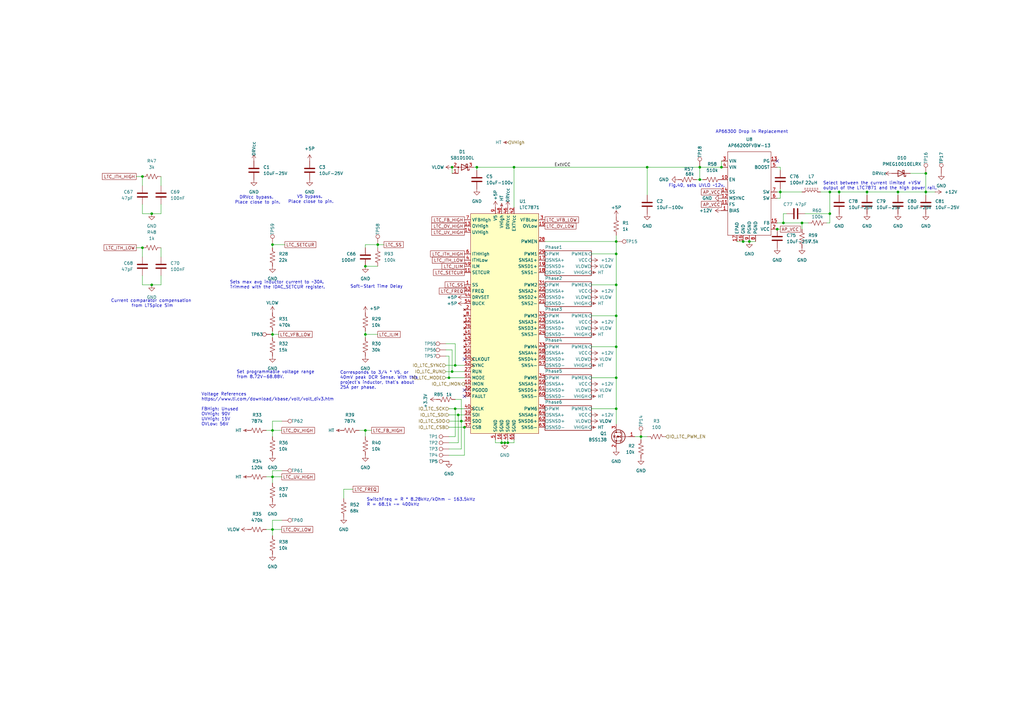
<source format=kicad_sch>
(kicad_sch (version 20231120) (generator "eeschema") (generator_version "8.0")
  (paper "A3")
  (junction (at 62.23 116.84))
  (junction (at 154.94 100.33))
  (junction (at 265.43 68.58))
  (junction (at 111.76 195.58))
  (junction (at 149.86 137.16))
  (junction (at 379.73 71.12))
  (junction (at 111.76 100.33))
  (junction (at 295.91 68.58))
  (junction (at 252.73 129.54))
  (junction (at 252.73 104.14))
  (junction (at 195.58 68.58))
  (junction (at 187.96 170.18))
  (junction (at 186.69 149.86))
  (junction (at 355.6 78.74))
  (junction (at 287.02 73.66))
  (junction (at 321.31 91.44))
  (junction (at 58.42 72.39))
  (junction (at 149.86 176.53))
  (junction (at 185.42 68.58))
  (junction (at 262.89 179.07))
  (junction (at 252.73 99.06))
  (junction (at 344.17 78.74))
  (junction (at 207.01 181.61))
  (junction (at 62.23 87.63))
  (junction (at 185.42 152.4))
  (junction (at 58.42 101.6))
  (junction (at 287.02 68.58))
  (junction (at 328.93 91.44))
  (junction (at 190.5 175.26))
  (junction (at 189.23 172.72))
  (junction (at 208.28 181.61))
  (junction (at 186.69 167.64))
  (junction (at 252.73 154.94))
  (junction (at 205.74 181.61))
  (junction (at 252.73 142.24))
  (junction (at 252.73 116.84))
  (junction (at 320.04 78.74))
  (junction (at 340.36 78.74))
  (junction (at 304.8 99.06))
  (junction (at 368.3 78.74))
  (junction (at 340.36 87.63))
  (junction (at 111.76 176.53))
  (junction (at 318.77 93.98))
  (junction (at 252.73 167.64))
  (junction (at 111.76 217.17))
  (junction (at 307.34 99.06))
  (junction (at 379.73 78.74))
  (junction (at 210.82 68.58))
  (junction (at 184.15 154.94))
  (junction (at 149.86 109.22))
  (junction (at 111.76 137.16))
  (no_connect (at 190.5 160.02))
  (no_connect (at 190.5 162.56))
  (no_connect (at 318.77 66.04))
  (no_connect (at 190.5 147.32))
  (wire (pts (xy 184.15 146.05) (xy 184.15 154.94)))
  (wire (pts (xy 58.42 76.2) (xy 58.42 72.39)))
  (wire (pts (xy 203.2 180.34) (xy 203.2 181.61)))
  (wire (pts (xy 140.97 204.47) (xy 140.97 200.66)))
  (wire (pts (xy 340.36 91.44) (xy 339.09 91.44)))
  (wire (pts (xy 111.76 135.89) (xy 111.76 137.16)))
  (wire (pts (xy 111.76 172.72) (xy 111.76 176.53)))
  (wire (pts (xy 111.76 100.33) (xy 111.76 101.6)))
  (wire (pts (xy 262.89 179.07) (xy 262.89 180.34)))
  (wire (pts (xy 111.76 195.58) (xy 115.57 195.58)))
  (wire (pts (xy 262.89 179.07) (xy 260.35 179.07)))
  (wire (pts (xy 111.76 176.53) (xy 111.76 179.07)))
  (wire (pts (xy 187.96 170.18) (xy 190.5 170.18)))
  (wire (pts (xy 109.22 217.17) (xy 111.76 217.17)))
  (wire (pts (xy 111.76 100.33) (xy 116.84 100.33)))
  (wire (pts (xy 58.42 105.41) (xy 58.42 101.6)))
  (wire (pts (xy 340.36 87.63) (xy 340.36 91.44)))
  (wire (pts (xy 285.75 73.66) (xy 287.02 73.66)))
  (wire (pts (xy 189.23 172.72) (xy 190.5 172.72)))
  (wire (pts (xy 373.38 71.12) (xy 379.73 71.12)))
  (wire (pts (xy 184.15 179.07) (xy 186.69 179.07)))
  (wire (pts (xy 184.15 154.94) (xy 190.5 154.94)))
  (wire (pts (xy 295.91 66.04) (xy 295.91 68.58)))
  (wire (pts (xy 149.86 100.33) (xy 149.86 101.6)))
  (wire (pts (xy 368.3 78.74) (xy 379.73 78.74)))
  (wire (pts (xy 242.57 116.84) (xy 252.73 116.84)))
  (wire (pts (xy 210.82 68.58) (xy 195.58 68.58)))
  (wire (pts (xy 149.86 109.22) (xy 154.94 109.22)))
  (wire (pts (xy 295.91 68.58) (xy 287.02 68.58)))
  (wire (pts (xy 379.73 80.01) (xy 379.73 78.74)))
  (wire (pts (xy 223.52 99.06) (xy 252.73 99.06)))
  (wire (pts (xy 252.73 99.06) (xy 252.73 96.52)))
  (wire (pts (xy 58.42 113.03) (xy 58.42 116.84)))
  (wire (pts (xy 184.15 175.26) (xy 190.5 175.26)))
  (wire (pts (xy 149.86 176.53) (xy 149.86 179.07)))
  (wire (pts (xy 379.73 78.74) (xy 383.54 78.74)))
  (wire (pts (xy 344.17 78.74) (xy 340.36 78.74)))
  (wire (pts (xy 242.57 104.14) (xy 252.73 104.14)))
  (wire (pts (xy 340.36 78.74) (xy 340.36 87.63)))
  (wire (pts (xy 184.15 181.61) (xy 187.96 181.61)))
  (wire (pts (xy 328.93 91.44) (xy 328.93 93.98)))
  (wire (pts (xy 186.69 163.83) (xy 189.23 163.83)))
  (wire (pts (xy 182.88 146.05) (xy 184.15 146.05)))
  (wire (pts (xy 190.5 186.69) (xy 190.5 175.26)))
  (wire (pts (xy 55.88 72.39) (xy 58.42 72.39)))
  (wire (pts (xy 184.15 186.69) (xy 190.5 186.69)))
  (wire (pts (xy 210.82 68.58) (xy 265.43 68.58)))
  (wire (pts (xy 58.42 116.84) (xy 62.23 116.84)))
  (wire (pts (xy 287.02 68.58) (xy 287.02 73.66)))
  (wire (pts (xy 320.04 78.74) (xy 318.77 78.74)))
  (wire (pts (xy 149.86 135.89) (xy 149.86 137.16)))
  (wire (pts (xy 321.31 87.63) (xy 321.31 91.44)))
  (wire (pts (xy 242.57 167.64) (xy 252.73 167.64)))
  (wire (pts (xy 111.76 213.36) (xy 111.76 217.17)))
  (wire (pts (xy 185.42 68.58) (xy 185.42 71.12)))
  (wire (pts (xy 210.82 85.09) (xy 210.82 68.58)))
  (wire (pts (xy 302.26 99.06) (xy 304.8 99.06)))
  (wire (pts (xy 115.57 193.04) (xy 111.76 193.04)))
  (wire (pts (xy 111.76 137.16) (xy 111.76 138.43)))
  (wire (pts (xy 115.57 172.72) (xy 111.76 172.72)))
  (wire (pts (xy 111.76 195.58) (xy 111.76 198.12)))
  (wire (pts (xy 208.28 180.34) (xy 208.28 181.61)))
  (wire (pts (xy 66.04 113.03) (xy 66.04 116.84)))
  (wire (pts (xy 320.04 68.58) (xy 318.77 68.58)))
  (wire (pts (xy 320.04 81.28) (xy 320.04 78.74)))
  (wire (pts (xy 205.74 180.34) (xy 205.74 181.61)))
  (wire (pts (xy 344.17 78.74) (xy 355.6 78.74)))
  (wire (pts (xy 265.43 68.58) (xy 265.43 80.01)))
  (wire (pts (xy 320.04 69.85) (xy 320.04 68.58)))
  (wire (pts (xy 321.31 91.44) (xy 328.93 91.44)))
  (wire (pts (xy 318.77 81.28) (xy 320.04 81.28)))
  (wire (pts (xy 186.69 167.64) (xy 190.5 167.64)))
  (wire (pts (xy 287.02 73.66) (xy 288.29 73.66)))
  (wire (pts (xy 184.15 184.15) (xy 189.23 184.15)))
  (wire (pts (xy 307.34 99.06) (xy 309.88 99.06)))
  (wire (pts (xy 322.58 87.63) (xy 321.31 87.63)))
  (wire (pts (xy 210.82 181.61) (xy 208.28 181.61)))
  (wire (pts (xy 252.73 167.64) (xy 252.73 154.94)))
  (wire (pts (xy 149.86 176.53) (xy 152.4 176.53)))
  (wire (pts (xy 154.94 100.33) (xy 157.48 100.33)))
  (wire (pts (xy 203.2 181.61) (xy 205.74 181.61)))
  (wire (pts (xy 185.42 143.51) (xy 185.42 152.4)))
  (wire (pts (xy 111.76 193.04) (xy 111.76 195.58)))
  (wire (pts (xy 186.69 149.86) (xy 190.5 149.86)))
  (wire (pts (xy 242.57 129.54) (xy 252.73 129.54)))
  (wire (pts (xy 205.74 181.61) (xy 207.01 181.61)))
  (wire (pts (xy 182.88 140.97) (xy 186.69 140.97)))
  (wire (pts (xy 111.76 137.16) (xy 114.3 137.16)))
  (wire (pts (xy 66.04 72.39) (xy 66.04 76.2)))
  (wire (pts (xy 182.88 152.4) (xy 185.42 152.4)))
  (wire (pts (xy 58.42 87.63) (xy 62.23 87.63)))
  (wire (pts (xy 328.93 91.44) (xy 331.47 91.44)))
  (wire (pts (xy 186.69 167.64) (xy 186.69 179.07)))
  (wire (pts (xy 195.58 68.58) (xy 195.58 69.85)))
  (wire (pts (xy 109.22 176.53) (xy 111.76 176.53)))
  (wire (pts (xy 182.88 149.86) (xy 186.69 149.86)))
  (wire (pts (xy 182.88 143.51) (xy 185.42 143.51)))
  (wire (pts (xy 62.23 87.63) (xy 66.04 87.63)))
  (wire (pts (xy 62.23 116.84) (xy 66.04 116.84)))
  (wire (pts (xy 109.22 195.58) (xy 111.76 195.58)))
  (wire (pts (xy 147.32 176.53) (xy 149.86 176.53)))
  (wire (pts (xy 66.04 101.6) (xy 66.04 105.41)))
  (wire (pts (xy 265.43 179.07) (xy 262.89 179.07)))
  (wire (pts (xy 210.82 180.34) (xy 210.82 181.61)))
  (wire (pts (xy 330.2 87.63) (xy 340.36 87.63)))
  (wire (pts (xy 320.04 78.74) (xy 328.93 78.74)))
  (wire (pts (xy 66.04 83.82) (xy 66.04 87.63)))
  (wire (pts (xy 252.73 142.24) (xy 252.73 129.54)))
  (wire (pts (xy 318.77 93.98) (xy 320.04 93.98)))
  (wire (pts (xy 185.42 152.4) (xy 190.5 152.4)))
  (wire (pts (xy 318.77 91.44) (xy 321.31 91.44)))
  (wire (pts (xy 154.94 100.33) (xy 154.94 101.6)))
  (wire (pts (xy 184.15 170.18) (xy 187.96 170.18)))
  (wire (pts (xy 186.69 140.97) (xy 186.69 149.86)))
  (wire (pts (xy 379.73 71.12) (xy 379.73 78.74)))
  (wire (pts (xy 208.28 181.61) (xy 207.01 181.61)))
  (wire (pts (xy 149.86 100.33) (xy 154.94 100.33)))
  (wire (pts (xy 182.88 154.94) (xy 184.15 154.94)))
  (wire (pts (xy 242.57 154.94) (xy 252.73 154.94)))
  (wire (pts (xy 111.76 217.17) (xy 115.57 217.17)))
  (wire (pts (xy 368.3 78.74) (xy 355.6 78.74)))
  (wire (pts (xy 252.73 104.14) (xy 252.73 99.06)))
  (wire (pts (xy 304.8 99.06) (xy 307.34 99.06)))
  (wire (pts (xy 111.76 176.53) (xy 115.57 176.53)))
  (wire (pts (xy 55.88 101.6) (xy 58.42 101.6)))
  (wire (pts (xy 320.04 77.47) (xy 320.04 78.74)))
  (wire (pts (xy 252.73 104.14) (xy 252.73 116.84)))
  (wire (pts (xy 189.23 163.83) (xy 189.23 172.72)))
  (wire (pts (xy 355.6 78.74) (xy 355.6 80.01)))
  (wire (pts (xy 111.76 217.17) (xy 111.76 219.71)))
  (wire (pts (xy 58.42 83.82) (xy 58.42 87.63)))
  (wire (pts (xy 115.57 213.36) (xy 111.76 213.36)))
  (wire (pts (xy 344.17 80.01) (xy 344.17 78.74)))
  (wire (pts (xy 187.96 181.61) (xy 187.96 170.18)))
  (wire (pts (xy 140.97 200.66) (xy 144.78 200.66)))
  (wire (pts (xy 252.73 167.64) (xy 252.73 173.99)))
  (wire (pts (xy 242.57 142.24) (xy 252.73 142.24)))
  (wire (pts (xy 368.3 80.01) (xy 368.3 78.74)))
  (wire (pts (xy 265.43 68.58) (xy 287.02 68.58)))
  (wire (pts (xy 189.23 184.15) (xy 189.23 172.72)))
  (wire (pts (xy 184.15 167.64) (xy 186.69 167.64)))
  (wire (pts (xy 252.73 154.94) (xy 252.73 142.24)))
  (wire (pts (xy 252.73 116.84) (xy 252.73 129.54)))
  (wire (pts (xy 194.31 68.58) (xy 195.58 68.58)))
  (wire (pts (xy 184.15 172.72) (xy 189.23 172.72)))
  (wire (pts (xy 149.86 137.16) (xy 154.94 137.16)))
  (wire (pts (xy 336.55 78.74) (xy 340.36 78.74)))
  (wire (pts (xy 149.86 137.16) (xy 149.86 138.43)))
  (text "SwitchFreq = R * 8.28kHz/kOhm - 163.5kHz\nR = 68.1k ~= 400kHz" (at 150.368 205.994 0) (effects (font (size 1.27 1.27)) (justify left)))
  (text "Fig.40, sets UVLO ~12v." (at 285.75 76.2 0) (effects (font (size 1.27 1.27))))
  (text "V5 bypass. \nPlace close to pin." (at 127.508 81.788 0) (effects (font (size 1.27 1.27))))
  (text "Sets max avg inductor current to ~30A. \nTrimmed with the IDAC_SETCUR register." (at 94.234 116.84 0) (effects (font (size 1.27 1.27)) (justify left)))
  (text "Corresponds to 3/4 * V5, or \n40mV peak DCR Sense. With this\nproject's inductor, that's about\n25A per phase." (at 139.446 155.956 0) (effects (font (size 1.27 1.27)) (justify left)))
  (text "Select between the current limited +VSW \noutput of the LTC7871 and the high power rail." (at 337.566 76.2 0) (effects (font (size 1.27 1.27)) (justify left)))
  (text "Set programmable voltage range \nfrom 8.72V-68.88V." (at 97.028 153.67 0) (effects (font (size 1.27 1.27)) (justify left)))
  (text "Current comparator compensation \nfrom LTSpice Sim" (at 62.484 124.46 0) (effects (font (size 1.27 1.27))))
  (text "Soft-Start Time Delay" (at 154.432 117.602 0) (effects (font (size 1.27 1.27))))
  (text "AP66300 Drop In Replacement" (at 308.356 54.102 0) (effects (font (size 1.27 1.27))))
  (text "Voltage References\nhttps://www.ti.com/download/kbase/volt/volt_div3.htm\n\nFBHigh: Unused\nOVHigh: 90V\nUVHigh: 15V\nOVLow: 56V" (at 82.55 167.894 0) (effects (font (size 1.27 1.27)) (justify left)))
  (text "DRVcc bypass. \nPlace close to pin." (at 105.664 82.042 0) (effects (font (size 1.27 1.27))))
  (label "ExtVCC" (at 227.33 68.58 0))
  (global_label "LTC_OV_HIGH" (shape passive) (at 190.5 92.71 180) (property "Intersheetrefs" "${INTERSHEET_REFS}" (effects (hide yes))))
  (global_label "LTC_FREQ" (shape passive) (at 144.78 200.66 0) (property "Intersheetrefs" "${INTERSHEET_REFS}" (effects (hide yes))))
  (global_label "AP_VCC" (shape passive) (at 295.91 83.82 180) (property "Intersheetrefs" "${INTERSHEET_REFS}" (effects (hide yes))))
  (global_label "LTC_OV_LOW" (shape passive) (at 223.52 92.71 0) (property "Intersheetrefs" "${INTERSHEET_REFS}" (effects (hide yes))))
  (global_label "LTC_OV_HIGH" (shape passive) (at 115.57 176.53 0) (property "Intersheetrefs" "${INTERSHEET_REFS}" (effects (hide yes))))
  (global_label "LTC_SS" (shape passive) (at 157.48 100.33 0) (property "Intersheetrefs" "${INTERSHEET_REFS}" (effects (hide yes))))
  (global_label "LTC_ITH_HIGH" (shape passive) (at 55.88 72.39 180) (property "Intersheetrefs" "${INTERSHEET_REFS}" (effects (hide yes))))
  (global_label "AP_VCC" (shape passive) (at 320.04 93.98 0) (property "Intersheetrefs" "${INTERSHEET_REFS}" (effects (hide yes))))
  (global_label "LTC_SS" (shape passive) (at 190.5 116.84 180) (property "Intersheetrefs" "${INTERSHEET_REFS}" (effects (hide yes))))
  (global_label "LTC_ILIM" (shape passive) (at 190.5 109.22 180) (property "Intersheetrefs" "${INTERSHEET_REFS}" (effects (hide yes))))
  (global_label "LTC_UV_HIGH" (shape passive) (at 190.5 95.25 180) (property "Intersheetrefs" "${INTERSHEET_REFS}" (effects (hide yes))))
  (global_label "AP_VCC" (shape passive) (at 295.91 78.74 180) (property "Intersheetrefs" "${INTERSHEET_REFS}" (effects (hide yes))))
  (global_label "LTC_ILIM" (shape passive) (at 154.94 137.16 0) (property "Intersheetrefs" "${INTERSHEET_REFS}" (effects (hide yes))))
  (global_label "LTC_FB_HIGH" (shape passive) (at 190.5 90.17 180) (property "Intersheetrefs" "${INTERSHEET_REFS}" (effects (hide yes))))
  (global_label "LTC_VFB_LOW" (shape passive) (at 114.3 137.16 0) (property "Intersheetrefs" "${INTERSHEET_REFS}" (effects (hide yes))))
  (global_label "LTC_SETCUR" (shape passive) (at 116.84 100.33 0) (property "Intersheetrefs" "${INTERSHEET_REFS}" (effects (hide yes))))
  (global_label "LTC_ITH_LOW" (shape passive) (at 190.5 106.68 180) (property "Intersheetrefs" "${INTERSHEET_REFS}" (effects (hide yes))))
  (global_label "LTC_SETCUR" (shape passive) (at 190.5 111.76 180) (property "Intersheetrefs" "${INTERSHEET_REFS}" (effects (hide yes))))
  (global_label "LTC_OV_LOW" (shape passive) (at 115.57 217.17 0) (property "Intersheetrefs" "${INTERSHEET_REFS}" (effects (hide yes))))
  (global_label "LTC_FB_HIGH" (shape passive) (at 152.4 176.53 0) (property "Intersheetrefs" "${INTERSHEET_REFS}" (effects (hide yes))))
  (global_label "LTC_ITH_LOW" (shape passive) (at 55.88 101.6 180) (property "Intersheetrefs" "${INTERSHEET_REFS}" (effects (hide yes))))
  (global_label "LTC_FREQ" (shape passive) (at 190.5 119.38 180) (property "Intersheetrefs" "${INTERSHEET_REFS}" (effects (hide yes))))
  (global_label "LTC_VFB_LOW" (shape passive) (at 223.52 90.17 0) (property "Intersheetrefs" "${INTERSHEET_REFS}" (effects (hide yes))))
  (global_label "LTC_UV_HIGH" (shape passive) (at 115.57 195.58 0) (property "Intersheetrefs" "${INTERSHEET_REFS}" (effects (hide yes))))
  (global_label "LTC_ITH_HIGH" (shape passive) (at 190.5 104.14 180) (property "Intersheetrefs" "${INTERSHEET_REFS}" (effects (hide yes))))
  (hierarchical_label "IO_LTC_IMON" (shape output) (at 190.5 157.48 180))
  (hierarchical_label "IO_LTC_PWM_EN" (shape input) (at 273.05 179.07 0))
  (hierarchical_label "IO_LTC_MODE" (shape input) (at 182.88 154.94 180))
  (hierarchical_label "IO_LTC_SCK" (shape input) (at 184.15 167.64 180))
  (hierarchical_label "IO_LTC_RUN" (shape input) (at 182.88 152.4 180))
  (hierarchical_label "IO_LTC_SYNC" (shape input) (at 182.88 149.86 180))
  (hierarchical_label "IO_LTC_SDO" (shape output) (at 184.15 172.72 180))
  (hierarchical_label "IO_LTC_CSB" (shape input) (at 184.15 175.26 180))
  (hierarchical_label "IO_LTC_SDI" (shape input) (at 184.15 170.18 180))
  (hierarchical_label "VHigh" (shape input) (at 208.28 58.42 0))
  (symbol (lib_id "Device:R_US") (at 111.76 132.08 180) (unit 1)
    (property "Reference" "R31" (at 114.3 130.8099 0) (effects (justify right)))
    (property "Value" "470k" (at 114.3 133.3499 0) (effects (justify right)))
    (property "Footprint" "Resistor_SMD:R_0805_2012Metric" (effects (hide yes)))
    (property "Description" "Resistor, US symbol" (effects (hide yes)))
    (property "LCSC" "C17709" (effects (hide yes)))
    (property "Digikey" "N/A" (effects (hide yes)))
  )
  (symbol (lib_id "power:GND") (at 278.13 73.66 270) (unit 1)
    (property "Reference" "#PWR0125" (effects (hide yes)))
    (property "Value" "GND" (at 274.32 73.6599 90) (effects (justify right)))
    (property "Description" "Power symbol creates a global label with name \"GND\" , ground" (effects (hide yes)))
  )
  (symbol (lib_id "power:HT") (at 139.7 176.53 90) (unit 1)
    (property "Reference" "#PWR0107" (effects (hide yes)))
    (property "Value" "HT" (at 135.89 176.53 90))
    (property "Description" "Power symbol creates a global label with name \"HT\"" (effects (hide yes)))
  )
  (symbol (lib_id "Device:R_US") (at 111.76 105.41 180) (unit 1)
    (property "Reference" "R28" (at 114.3 104.1399 0) (effects (justify right)))
    (property "Value" "22k" (at 114.3 106.6799 0) (effects (justify right)))
    (property "Footprint" "Resistor_SMD:R_0603_1608Metric" (effects (hide yes)))
    (property "Description" "Resistor, US symbol" (effects (hide yes)))
    (property "LCSC" "C31850" (effects (hide yes)))
    (property "Digikey" "N/A" (effects (hide yes)))
  )
  (symbol (lib_id "power:+12V") (at 383.54 78.74 270) (unit 1)
    (property "Reference" "#PWR021" (effects (hide yes)))
    (property "Value" "+12V" (at 387.35 78.7399 90) (effects (justify left)))
    (property "Description" "Power symbol creates a global label with name \"+12V\"" (effects (hide yes)))
  )
  (symbol (lib_id "Device:R_US") (at 105.41 195.58 90) (unit 1)
    (property "Reference" "R34" (at 105.41 189.23 90))
    (property "Value" "120k" (at 105.41 191.77 90))
    (property "Footprint" "Resistor_SMD:R_0805_2012Metric" (effects (hide yes)))
    (property "Description" "Resistor, US symbol" (effects (hide yes)))
    (property "Digikey" "N/A" (effects (hide yes)))
    (property "LCSC" "C17436" (effects (hide yes)))
  )
  (symbol (lib_id "Connector:TestPoint") (at 184.15 189.23 90) (unit 1)
    (property "Reference" "TP5" (at 177.8 189.23 90))
    (property "Value" "TestPoint" (effects (hide yes)))
    (property "Footprint" "TestPoint:TestPoint_Pad_D1.0mm" (effects (hide yes)))
    (property "Description" "test point" (effects (hide yes)))
    (property "LCSC" "N/A" (effects (hide yes)))
  )
  (symbol (lib_id "power:+VSW") (at 365.76 71.12 90) (unit 1)
    (property "Reference" "#PWR0135" (effects (hide yes)))
    (property "Value" "DRVcc" (at 360.68 71.12 90))
    (property "Description" "Power symbol creates a global label with name \"+VSW\"" (effects (hide yes)))
  )
  (symbol (lib_id "Device:L_Ferrite") (at 332.74 78.74 90) (unit 1)
    (property "Reference" "L7" (at 332.74 72.39 90))
    (property "Value" "22uH" (at 332.74 74.93 90))
    (property "Footprint" "Inductor_SMD:L_Wuerth_HCI-1040" (effects (hide yes)))
    (property "Description" "Inductor with ferrite core" (effects (hide yes)))
    (property "Digikey" "N/A" (effects (hide yes)))
    (property "LCSC" "C182173" (effects (hide yes)))
  )
  (symbol (lib_id "Device:C") (at 379.73 83.82 0) (unit 1)
    (property "Reference" "C81" (at 383.54 82.5499 0) (effects (justify left)))
    (property "Value" "10uF-25V" (at 383.54 85.0899 0) (effects (justify left)))
    (property "Footprint" "Capacitor_SMD:C_0603_1608Metric" (effects (hide yes)))
    (property "Description" "Unpolarized capacitor" (effects (hide yes)))
    (property "Digikey" "N/A" (effects (hide yes)))
    (property "LCSC" "C96446" (effects (hide yes)))
  )
  (symbol (lib_id "Device:R_US") (at 62.23 72.39 270) (unit 1)
    (property "Reference" "R47" (at 62.23 66.04 90))
    (property "Value" "3k" (at 62.23 68.58 90))
    (property "Footprint" "Resistor_SMD:R_0603_1608Metric" (effects (hide yes)))
    (property "Description" "Resistor, US symbol" (effects (hide yes)))
    (property "Digikey" "N/A" (effects (hide yes)))
    (property "LCSC" "C4211" (effects (hide yes)))
  )
  (symbol (lib_id "ltc7871:LTC7871xLWE#xPBF") (at 193.04 87.63 0) (unit 1)
    (property "Reference" "U1" (at 213.0141 82.55 0) (effects (justify left)))
    (property "Value" "LTC7871" (at 213.0141 85.09 0) (effects (justify left)))
    (property "Footprint" "Package_QFP:LQFP-64-1EP_10x10mm_P0.5mm_EP6.5x6.5mm" (effects (hide yes)))
    (property "Datasheet" "https://www.analog.com/media/en/technical-documentation/data-sheets/ltc7871.pdf" (effects (hide yes)))
    (property "Description" "Six-Phase Synchronous Bidirectional Buck or Boost Controller" (effects (hide yes)))
    (property "Digikey" "505-LTC7871ELWE#PBF-ND" (effects (hide yes)))
    (property "LCSC" "C690288" (effects (hide yes)))
  )
  (symbol (lib_id "Device:R_US") (at 105.41 176.53 90) (unit 1)
    (property "Reference" "R33" (at 105.41 170.18 90))
    (property "Value" "787k" (at 105.41 172.72 90))
    (property "Footprint" "Resistor_SMD:R_0805_2012Metric" (effects (hide yes)))
    (property "Description" "Resistor, US symbol" (effects (hide yes)))
    (property "Digikey" "P787KHCT-ND" (effects (hide yes)))
    (property "LCSC" "C2933500" (effects (hide yes)))
  )
  (symbol (lib_id "power:GND") (at 111.76 109.22 0) (unit 1)
    (property "Reference" "#PWR014" (effects (hide yes)))
    (property "Value" "GND" (at 111.76 114.3 0))
    (property "Description" "Power symbol creates a global label with name \"GND\" , ground" (effects (hide yes)))
  )
  (symbol (lib_id "Device:R_US") (at 111.76 182.88 180) (unit 1)
    (property "Reference" "R36" (at 114.3 181.6099 0) (effects (justify right)))
    (property "Value" "10k" (at 114.3 184.1499 0) (effects (justify right)))
    (property "Footprint" "Resistor_SMD:R_0603_1608Metric" (effects (hide yes)))
    (property "Description" "Resistor, US symbol" (effects (hide yes)))
    (property "LCSC" "C25804" (effects (hide yes)))
    (property "Digikey" "N/A" (effects (hide yes)))
  )
  (symbol (lib_id "power:GND") (at 111.76 227.33 0) (unit 1)
    (property "Reference" "#PWR0106" (effects (hide yes)))
    (property "Value" "GND" (at 111.76 232.41 0))
    (property "Description" "Power symbol creates a global label with name \"GND\" , ground" (effects (hide yes)))
  )
  (symbol (lib_id "power:VBUS") (at 185.42 68.58 90) (unit 1)
    (property "Reference" "#PWR016" (effects (hide yes)))
    (property "Value" "VLOW" (at 177.038 68.58 90) (effects (justify right)))
    (property "Description" "Power symbol creates a global label with name \"VBUS\"" (effects (hide yes)))
  )
  (symbol (lib_id "Device:C") (at 355.6 83.82 0) (unit 1)
    (property "Reference" "C79" (at 359.41 82.5499 0) (effects (justify left)))
    (property "Value" "10uF-25V" (at 359.41 85.0899 0) (effects (justify left)))
    (property "Footprint" "Capacitor_SMD:C_0603_1608Metric" (effects (hide yes)))
    (property "Description" "Unpolarized capacitor" (effects (hide yes)))
    (property "Digikey" "N/A" (effects (hide yes)))
    (property "LCSC" "C96446" (effects (hide yes)))
  )
  (symbol (lib_id "Device:R_US") (at 149.86 182.88 180) (unit 1)
    (property "Reference" "R40" (at 152.4 181.6099 0) (effects (justify right)))
    (property "Value" "10k" (at 152.4 184.1499 0) (effects (justify right)))
    (property "Footprint" "Resistor_SMD:R_0603_1608Metric" (effects (hide yes)))
    (property "Description" "Resistor, US symbol" (effects (hide yes)))
    (property "LCSC" "C25804" (effects (hide yes)))
    (property "Digikey" "N/A" (effects (hide yes)))
  )
  (symbol (lib_id "power:GND") (at 318.77 101.6 0) (unit 1)
    (property "Reference" "#PWR0128" (effects (hide yes)))
    (property "Value" "GND" (at 318.77 106.68 0))
    (property "Description" "Power symbol creates a global label with name \"GND\" , ground" (effects (hide yes)))
  )
  (symbol (lib_id "Device:R_US") (at 143.51 176.53 90) (unit 1)
    (property "Reference" "R39" (at 143.51 170.18 90))
    (property "Value" "787k" (at 143.51 172.72 90))
    (property "Footprint" "Resistor_SMD:R_0805_2012Metric" (effects (hide yes)))
    (property "Description" "Resistor, US symbol" (effects (hide yes)))
    (property "Digikey" "P787KHCT-ND" (effects (hide yes)))
    (property "LCSC" "C2933500" (effects (hide yes)))
  )
  (symbol (lib_id "power:GND") (at 307.34 99.06 0) (unit 1)
    (property "Reference" "#PWR0127" (effects (hide yes)))
    (property "Value" "GND" (at 307.34 104.14 0))
    (property "Description" "Power symbol creates a global label with name \"GND\" , ground" (effects (hide yes)))
  )
  (symbol (lib_id "power:GND") (at 140.97 212.09 0) (unit 1)
    (property "Reference" "#PWR0115" (effects (hide yes)))
    (property "Value" "GND" (at 140.97 217.17 0))
    (property "Description" "Power symbol creates a global label with name \"GND\" , ground" (effects (hide yes)))
  )
  (symbol (lib_id "Device:R_US") (at 105.41 217.17 90) (unit 1)
    (property "Reference" "R35" (at 105.41 210.82 90))
    (property "Value" "470k" (at 105.41 213.36 90))
    (property "Footprint" "Resistor_SMD:R_0805_2012Metric" (effects (hide yes)))
    (property "Description" "Resistor, US symbol" (effects (hide yes)))
    (property "LCSC" "C17709" (effects (hide yes)))
    (property "Digikey" "N/A" (effects (hide yes)))
  )
  (symbol (lib_id "power:+12V") (at 242.57 106.68 270) (unit 1)
    (property "Reference" "#PWR043" (effects (hide yes)))
    (property "Value" "+12V" (at 246.38 106.6799 90) (effects (justify left)))
    (property "Description" "Power symbol creates a global label with name \"+12V\"" (effects (hide yes)))
  )
  (symbol (lib_id "Connector:TestPoint") (at 262.89 179.07 0) (unit 1)
    (property "Reference" "TP14" (at 262.89 172.72 90))
    (property "Value" "TestPoint" (effects (hide yes)))
    (property "Footprint" "TestPoint:TestPoint_Pad_D1.0mm" (effects (hide yes)))
    (property "Description" "test point" (effects (hide yes)))
    (property "LCSC" "N/A" (effects (hide yes)))
  )
  (symbol (lib_id "power:GND") (at 368.3 87.63 0) (unit 1)
    (property "Reference" "#PWR0132" (effects (hide yes)))
    (property "Value" "GND" (at 368.3 92.71 0))
    (property "Description" "Power symbol creates a global label with name \"GND\" , ground" (effects (hide yes)))
  )
  (symbol (lib_id "Device:C") (at 58.42 109.22 0) (mirror y) (unit 1)
    (property "Reference" "C68" (at 54.61 107.9499 0) (effects (justify left)))
    (property "Value" "47pF" (at 54.61 110.4899 0) (effects (justify left)))
    (property "Footprint" "Capacitor_SMD:C_0603_1608Metric" (effects (hide yes)))
    (property "Description" "Unpolarized capacitor" (effects (hide yes)))
    (property "LCSC" "C1671" (effects (hide yes)))
    (property "Digikey" "N/A" (effects (hide yes)))
  )
  (symbol (lib_id "power:GND") (at 111.76 205.74 0) (unit 1)
    (property "Reference" "#PWR0105" (effects (hide yes)))
    (property "Value" "GND" (at 111.76 210.82 0))
    (property "Description" "Power symbol creates a global label with name \"GND\" , ground" (effects (hide yes)))
  )
  (symbol (lib_id "ap66200:AP66200FVBW") (at 307.34 78.74 0) (unit 1)
    (property "Reference" "U8" (at 307.34 57.15 0))
    (property "Value" "AP66200FVBW-13" (at 307.34 59.69 0))
    (property "Footprint" "Package_DFN_QFN:QFN-16-1EP_4x4mm_P0.65mm_EP2.5x2.5mm" (effects (hide yes)))
    (property "Datasheet" "https://www.diodes.com/assets/Datasheets/AP66200.pdf" (effects (hide yes)))
    (property "Digikey" "31-AP66200FVBW-13CT-ND" (effects (hide yes)))
    (property "LCSC" "N/A" (effects (hide yes)))
  )
  (symbol (lib_id "Device:C") (at 344.17 83.82 0) (unit 1)
    (property "Reference" "C78" (at 347.98 82.5499 0) (effects (justify left)))
    (property "Value" "10uF-25V" (at 347.98 85.0899 0) (effects (justify left)))
    (property "Footprint" "Capacitor_SMD:C_0603_1608Metric" (effects (hide yes)))
    (property "Description" "Unpolarized capacitor" (effects (hide yes)))
    (property "Digikey" "N/A" (effects (hide yes)))
    (property "LCSC" "C96446" (effects (hide yes)))
  )
  (symbol (lib_id "power:GND") (at 295.91 81.28 270) (unit 1)
    (property "Reference" "#PWR0126" (effects (hide yes)))
    (property "Value" "GND" (at 292.1 81.2799 90) (effects (justify right)))
    (property "Description" "Power symbol creates a global label with name \"GND\" , ground" (effects (hide yes)))
  )
  (symbol (lib_id "Device:D_Schottky") (at 369.57 71.12 180) (unit 1)
    (property "Reference" "D10" (at 369.8875 64.77 0))
    (property "Value" "PMEG10010ELRX" (at 369.8875 67.31 0))
    (property "Footprint" "Diode_SMD:D_SOD-123" (effects (hide yes)))
    (property "Description" "Schottky diode" (effects (hide yes)))
    (property "LCSC" "C179426" (effects (hide yes)))
  )
  (symbol (lib_id "Transistor_FET:BSS138") (at 255.27 179.07 0) (mirror y) (unit 1)
    (property "Reference" "Q1" (at 248.92 177.7999 0) (effects (justify left)))
    (property "Value" "BSS138" (at 248.92 180.3399 0) (effects (justify left)))
    (property "Footprint" "Package_TO_SOT_SMD:SOT-23" (effects (hide yes)))
    (property "Datasheet" "https://www.onsemi.com/pub/Collateral/BSS138-D.PDF" (effects (hide yes)))
    (property "Description" "50V Vds, 0.22A Id, N-Channel MOSFET, SOT-23" (effects (hide yes)))
    (property "Digikey" "5272-BSS138CT-ND" (effects (hide yes)))
    (property "LCSC" "C5224260" (effects (hide yes)))
  )
  (symbol (lib_id "Device:C") (at 149.86 105.41 0) (mirror y) (unit 1)
    (property "Reference" "C66" (at 146.05 104.1399 0) (effects (justify left)))
    (property "Value" "100nF" (at 146.05 106.6799 0) (effects (justify left)))
    (property "Footprint" "Capacitor_SMD:C_0603_1608Metric" (effects (hide yes)))
    (property "Description" "Unpolarized capacitor" (effects (hide yes)))
    (property "LCSC" "C14663" (effects (hide yes)))
    (property "Digikey" "N/A" (effects (hide yes)))
  )
  (symbol (lib_id "power:HT") (at 242.57 124.46 270) (unit 1)
    (property "Reference" "#PWR027" (effects (hide yes)))
    (property "Value" "HT" (at 246.38 124.46 90))
    (property "Description" "Power symbol creates a global label with name \"HT\"" (effects (hide yes)))
  )
  (symbol (lib_id "power:GND") (at 386.08 71.12 0) (unit 1)
    (property "Reference" "#PWR011" (effects (hide yes)))
    (property "Value" "GND" (at 386.08 76.2 0))
    (property "Description" "Power symbol creates a global label with name \"GND\" , ground" (effects (hide yes)))
  )
  (symbol (lib_id "Device:C") (at 127 69.85 0) (unit 1)
    (property "Reference" "C3" (at 130.81 68.5799 0) (effects (justify left)))
    (property "Value" "10uF-25V" (at 130.81 71.1199 0) (effects (justify left)))
    (property "Footprint" "Capacitor_SMD:C_0603_1608Metric" (effects (hide yes)))
    (property "Description" "Unpolarized capacitor" (effects (hide yes)))
    (property "Digikey" "N/A" (effects (hide yes)))
    (property "LCSC" "C96446" (effects (hide yes)))
  )
  (symbol (lib_id "Device:R_US") (at 328.93 97.79 0) (unit 1)
    (property "Reference" "R59" (at 331.47 96.5199 0) (effects (justify left)))
    (property "Value" "7.5k" (at 331.47 99.0599 0) (effects (justify left)))
    (property "Footprint" "Resistor_SMD:R_0603_1608Metric" (effects (hide yes)))
    (property "Description" "Resistor, US symbol" (effects (hide yes)))
    (property "LCSC" "C23234" (effects (hide yes)))
    (property "Digikey" "N/A" (effects (hide yes)))
  )
  (symbol (lib_id "power:+5P") (at 252.73 88.9 0) (unit 1)
    (property "Reference" "#PWR040" (effects (hide yes)))
    (property "Value" "+5P" (at 252.73 85.09 0))
    (property "Description" "Power symbol creates a global label with name \"+5P\"" (effects (hide yes)))
  )
  (symbol (lib_id "Connector:TestPoint") (at 252.73 99.06 270) (unit 1)
    (property "Reference" "TP15" (at 259.08 99.06 90))
    (property "Value" "TestPoint" (effects (hide yes)))
    (property "Footprint" "TestPoint:TestPoint_Pad_D1.0mm" (effects (hide yes)))
    (property "Description" "test point" (effects (hide yes)))
    (property "LCSC" "N/A" (effects (hide yes)))
  )
  (symbol (lib_id "power:VBUS") (at 101.6 217.17 90) (unit 1)
    (property "Reference" "#PWR0103" (effects (hide yes)))
    (property "Value" "VLOW" (at 93.218 217.17 90) (effects (justify right)))
    (property "Description" "Power symbol creates a global label with name \"VBUS\"" (effects (hide yes)))
  )
  (symbol (lib_id "power:GND") (at 379.73 87.63 0) (unit 1)
    (property "Reference" "#PWR0133" (effects (hide yes)))
    (property "Value" "GND" (at 379.73 92.71 0))
    (property "Description" "Power symbol creates a global label with name \"GND\" , ground" (effects (hide yes)))
  )
  (symbol (lib_id "power:VBUS") (at 242.57 121.92 270) (unit 1)
    (property "Reference" "#PWR026" (effects (hide yes)))
    (property "Value" "VLOW" (at 250.952 121.92 90) (effects (justify right)))
    (property "Description" "Power symbol creates a global label with name \"VBUS\"" (effects (hide yes)))
  )
  (symbol (lib_id "Device:C") (at 66.04 80.01 0) (unit 1)
    (property "Reference" "C69" (at 69.85 78.7399 0) (effects (justify left)))
    (property "Value" "100nF" (at 69.85 81.2799 0) (effects (justify left)))
    (property "Footprint" "Capacitor_SMD:C_0603_1608Metric" (effects (hide yes)))
    (property "Description" "Unpolarized capacitor" (effects (hide yes)))
    (property "LCSC" "C14663" (effects (hide yes)))
    (property "Digikey" "N/A" (effects (hide yes)))
  )
  (symbol (lib_id "power:HT") (at 205.74 85.09 0) (unit 1)
    (property "Reference" "#PWR019" (effects (hide yes)))
    (property "Value" "HT" (at 205.74 81.28 90))
    (property "Description" "Power symbol creates a global label with name \"HT\"" (effects (hide yes)))
  )
  (symbol (lib_id "power:HT") (at 242.57 162.56 270) (unit 1)
    (property "Reference" "#PWR036" (effects (hide yes)))
    (property "Value" "HT" (at 246.38 162.56 90))
    (property "Description" "Power symbol creates a global label with name \"HT\"" (effects (hide yes)))
  )
  (symbol (lib_id "Connector:TestPoint") (at 182.88 140.97 90) (unit 1)
    (property "Reference" "TP55" (at 176.53 140.97 90))
    (property "Value" "TestPoint" (effects (hide yes)))
    (property "Footprint" "TestPoint:TestPoint_Pad_D1.0mm" (effects (hide yes)))
    (property "Description" "test point" (effects (hide yes)))
    (property "LCSC" "N/A" (effects (hide yes)))
  )
  (symbol (lib_id "Device:R_US") (at 140.97 208.28 180) (unit 1)
    (property "Reference" "R52" (at 143.51 207.0099 0) (effects (justify right)))
    (property "Value" "68k" (at 143.51 209.5499 0) (effects (justify right)))
    (property "Footprint" "Resistor_SMD:R_0603_1608Metric" (effects (hide yes)))
    (property "Description" "Resistor, US symbol" (effects (hide yes)))
    (property "Digikey" "N/A" (effects (hide yes)))
    (property "LCSC" "C23231" (effects (hide yes)))
  )
  (symbol (lib_id "power:VBUS") (at 242.57 109.22 270) (unit 1)
    (property "Reference" "#PWR023" (effects (hide yes)))
    (property "Value" "VLOW" (at 250.952 109.22 90) (effects (justify right)))
    (property "Description" "Power symbol creates a global label with name \"VBUS\"" (effects (hide yes)))
  )
  (symbol (lib_id "Device:C") (at 265.43 83.82 0) (unit 1)
    (property "Reference" "C2" (at 269.24 82.5499 0) (effects (justify left)))
    (property "Value" "10uF-100v" (at 269.24 85.0899 0) (effects (justify left)))
    (property "Footprint" "Capacitor_SMD:C_1210_3225Metric_Pad1.33x2.70mm_HandSolder" (effects (hide yes)))
    (property "Description" "Unpolarized capacitor" (effects (hide yes)))
    (property "Digikey" "445-CGA6P1X7R1N106M250ACCT-ND" (effects (hide yes)))
    (property "LCSC" "C576517" (effects (hide yes)))
  )
  (symbol (lib_id "power:GND") (at 265.43 87.63 0) (unit 1)
    (property "Reference" "#PWR0124" (effects (hide yes)))
    (property "Value" "GND" (at 265.43 92.71 0))
    (property "Description" "Power symbol creates a global label with name \"GND\" , ground" (effects (hide yes)))
  )
  (symbol (lib_id "power:VBUS") (at 242.57 147.32 270) (unit 1)
    (property "Reference" "#PWR032" (effects (hide yes)))
    (property "Value" "VLOW" (at 250.952 147.32 90) (effects (justify right)))
    (property "Description" "Power symbol creates a global label with name \"VBUS\"" (effects (hide yes)))
  )
  (symbol (lib_id "Connector:TestPoint") (at 184.15 181.61 90) (unit 1)
    (property "Reference" "TP2" (at 177.8 181.61 90))
    (property "Value" "TestPoint" (effects (hide yes)))
    (property "Footprint" "TestPoint:TestPoint_Pad_D1.0mm" (effects (hide yes)))
    (property "Description" "test point" (effects (hide yes)))
    (property "LCSC" "N/A" (effects (hide yes)))
  )
  (symbol (lib_id "power:HT") (at 101.6 176.53 90) (unit 1)
    (property "Reference" "#PWR0101" (effects (hide yes)))
    (property "Value" "HT" (at 97.79 176.53 90))
    (property "Description" "Power symbol creates a global label with name \"HT\"" (effects (hide yes)))
  )
  (symbol (lib_id "Device:C") (at 326.39 87.63 90) (unit 1)
    (property "Reference" "C77" (at 325.1199 83.82 90) (effects (justify left)))
    (property "Value" "47pF" (at 330.962 83.82 90) (effects (justify left)))
    (property "Footprint" "Capacitor_SMD:C_0603_1608Metric" (effects (hide yes)))
    (property "Description" "Unpolarized capacitor" (effects (hide yes)))
    (property "LCSC" "C1671" (effects (hide yes)))
    (property "Digikey" "N/A" (effects (hide yes)))
  )
  (symbol (lib_id "power:VBUS") (at 242.57 160.02 270) (unit 1)
    (property "Reference" "#PWR035" (effects (hide yes)))
    (property "Value" "VLOW" (at 250.952 160.02 90) (effects (justify right)))
    (property "Description" "Power symbol creates a global label with name \"VBUS\"" (effects (hide yes)))
  )
  (symbol (lib_id "Connector:TestPoint") (at 182.88 143.51 90) (unit 1)
    (property "Reference" "TP56" (at 176.53 143.51 90))
    (property "Value" "TestPoint" (effects (hide yes)))
    (property "Footprint" "TestPoint:TestPoint_Pad_D1.0mm" (effects (hide yes)))
    (property "Description" "test point" (effects (hide yes)))
    (property "LCSC" "N/A" (effects (hide yes)))
  )
  (symbol (lib_id "Device:R_US") (at 154.94 105.41 180) (unit 1)
    (property "Reference" "R93" (at 157.48 104.1399 0) (effects (justify right)))
    (property "Value" "100k" (at 157.48 106.6799 0) (effects (justify right)))
    (property "Footprint" "Resistor_SMD:R_0603_1608Metric" (effects (hide yes)))
    (property "Description" "Resistor, US symbol" (effects (hide yes)))
    (property "Digikey" "N/A" (effects (hide yes)))
    (property "LCSC" "C25803" (effects (hide yes)))
  )
  (symbol (lib_id "Connector:TestPoint") (at 182.88 146.05 90) (unit 1)
    (property "Reference" "TP57" (at 176.53 146.05 90))
    (property "Value" "TestPoint" (effects (hide yes)))
    (property "Footprint" "TestPoint:TestPoint_Pad_D1.0mm" (effects (hide yes)))
    (property "Description" "test point" (effects (hide yes)))
    (property "LCSC" "N/A" (effects (hide yes)))
  )
  (symbol (lib_id "power:GND") (at 252.73 184.15 0) (unit 1)
    (property "Reference" "#PWR041" (effects (hide yes)))
    (property "Value" "GND" (at 252.73 189.23 0))
    (property "Description" "Power symbol creates a global label with name \"GND\" , ground" (effects (hide yes)))
  )
  (symbol (lib_id "power:+VSW") (at 104.14 66.04 0) (unit 1)
    (property "Reference" "#PWR08" (effects (hide yes)))
    (property "Value" "DRVcc" (at 104.14 60.96 90))
    (property "Description" "Power symbol creates a global label with name \"+VSW\"" (effects (hide yes)))
  )
  (symbol (lib_id "power:+12V") (at 242.57 157.48 270) (unit 1)
    (property "Reference" "#PWR031" (effects (hide yes)))
    (property "Value" "+12V" (at 246.38 157.4799 90) (effects (justify left)))
    (property "Description" "Power symbol creates a global label with name \"+12V\"" (effects (hide yes)))
  )
  (symbol (lib_id "power:HT") (at 101.6 195.58 90) (unit 1)
    (property "Reference" "#PWR0102" (effects (hide yes)))
    (property "Value" "HT" (at 97.79 195.58 90))
    (property "Description" "Power symbol creates a global label with name \"HT\"" (effects (hide yes)))
  )
  (symbol (lib_id "Connector:TestPoint") (at 386.08 71.12 0) (unit 1)
    (property "Reference" "TP17" (at 386.08 64.77 90))
    (property "Value" "TestPoint" (effects (hide yes)))
    (property "Footprint" "TestPoint:TestPoint_Pad_D1.0mm" (effects (hide yes)))
    (property "Description" "test point" (effects (hide yes)))
    (property "LCSC" "N/A" (effects (hide yes)))
  )
  (symbol (lib_id "power:GND") (at 62.23 87.63 0) (unit 1)
    (property "Reference" "#PWR098" (effects (hide yes)))
    (property "Value" "GND" (at 62.23 92.71 0))
    (property "Description" "Power symbol creates a global label with name \"GND\" , ground" (effects (hide yes)))
  )
  (symbol (lib_id "power:GND") (at 344.17 87.63 0) (unit 1)
    (property "Reference" "#PWR0130" (effects (hide yes)))
    (property "Value" "GND" (at 344.17 92.71 0))
    (property "Description" "Power symbol creates a global label with name \"GND\" , ground" (effects (hide yes)))
  )
  (symbol (lib_id "power:GND") (at 355.6 87.63 0) (unit 1)
    (property "Reference" "#PWR0131" (effects (hide yes)))
    (property "Value" "GND" (at 355.6 92.71 0))
    (property "Description" "Power symbol creates a global label with name \"GND\" , ground" (effects (hide yes)))
  )
  (symbol (lib_id "Device:C") (at 58.42 80.01 0) (mirror y) (unit 1)
    (property "Reference" "C67" (at 54.61 78.7399 0) (effects (justify left)))
    (property "Value" "47pF" (at 54.61 81.2799 0) (effects (justify left)))
    (property "Footprint" "Capacitor_SMD:C_0603_1608Metric" (effects (hide yes)))
    (property "Description" "Unpolarized capacitor" (effects (hide yes)))
    (property "LCSC" "C1671" (effects (hide yes)))
    (property "Digikey" "N/A" (effects (hide yes)))
  )
  (symbol (lib_id "Device:R_US") (at 111.76 201.93 180) (unit 1)
    (property "Reference" "R37" (at 114.3 200.6599 0) (effects (justify right)))
    (property "Value" "10k" (at 114.3 203.1999 0) (effects (justify right)))
    (property "Footprint" "Resistor_SMD:R_0603_1608Metric" (effects (hide yes)))
    (property "Description" "Resistor, US symbol" (effects (hide yes)))
    (property "LCSC" "C25804" (effects (hide yes)))
    (property "Digikey" "N/A" (effects (hide yes)))
  )
  (symbol (lib_id "power:GND") (at 111.76 186.69 0) (unit 1)
    (property "Reference" "#PWR0104" (effects (hide yes)))
    (property "Value" "GND" (at 111.76 191.77 0))
    (property "Description" "Power symbol creates a global label with name \"GND\" , ground" (effects (hide yes)))
  )
  (symbol (lib_id "Device:R_US") (at 262.89 184.15 0) (mirror x) (unit 1)
    (property "Reference" "R2" (at 260.35 182.8799 0) (effects (justify right)))
    (property "Value" "10k" (at 260.35 185.4199 0) (effects (justify right)))
    (property "Footprint" "Resistor_SMD:R_0603_1608Metric" (effects (hide yes)))
    (property "Description" "Resistor, US symbol" (effects (hide yes)))
    (property "LCSC" "C25804" (effects (hide yes)))
    (property "Digikey" "N/A" (effects (hide yes)))
  )
  (symbol (lib_id "Device:C") (at 195.58 73.66 0) (unit 1)
    (property "Reference" "C5" (at 199.39 72.3899 0) (effects (justify left)))
    (property "Value" "10uF-100v" (at 199.39 74.9299 0) (effects (justify left)))
    (property "Footprint" "Capacitor_SMD:C_1210_3225Metric_Pad1.33x2.70mm_HandSolder" (effects (hide yes)))
    (property "Description" "Unpolarized capacitor" (effects (hide yes)))
    (property "Digikey" "445-CGA6P1X7R1N106M250ACCT-ND" (effects (hide yes)))
    (property "LCSC" "C576517" (effects (hide yes)))
  )
  (symbol (lib_id "power:GND") (at 104.14 73.66 0) (unit 1)
    (property "Reference" "#PWR09" (effects (hide yes)))
    (property "Value" "GND" (at 104.14 78.74 0))
    (property "Description" "Power symbol creates a global label with name \"GND\" , ground" (effects (hide yes)))
  )
  (symbol (lib_id "Device:R_US") (at 252.73 92.71 180) (unit 1)
    (property "Reference" "R1" (at 255.27 91.4399 0) (effects (justify right)))
    (property "Value" "1k" (at 255.27 93.9799 0) (effects (justify right)))
    (property "Footprint" "Resistor_SMD:R_0603_1608Metric" (effects (hide yes)))
    (property "Description" "Resistor, US symbol" (effects (hide yes)))
    (property "LCSC" "C21190" (effects (hide yes)))
    (property "Digikey" "N/A" (effects (hide yes)))
  )
  (symbol (lib_id "power:VBUS") (at 242.57 134.62 270) (unit 1)
    (property "Reference" "#PWR029" (effects (hide yes)))
    (property "Value" "VLOW" (at 250.952 134.62 90) (effects (justify right)))
    (property "Description" "Power symbol creates a global label with name \"VBUS\"" (effects (hide yes)))
  )
  (symbol (lib_id "Device:C") (at 104.14 69.85 0) (unit 1)
    (property "Reference" "C1" (at 107.95 68.5799 0) (effects (justify left)))
    (property "Value" "10uF-25V" (at 107.95 71.1199 0) (effects (justify left)))
    (property "Footprint" "Capacitor_SMD:C_0603_1608Metric" (effects (hide yes)))
    (property "Description" "Unpolarized capacitor" (effects (hide yes)))
    (property "Voltage" "25" (effects (hide yes)))
    (property "Digikey" "N/A" (effects (hide yes)))
    (property "LCSC" "C96446" (effects (hide yes)))
  )
  (symbol (lib_id "Connector:TestPoint") (at 184.15 186.69 90) (unit 1)
    (property "Reference" "TP4" (at 177.8 186.69 90))
    (property "Value" "TestPoint" (effects (hide yes)))
    (property "Footprint" "TestPoint:TestPoint_Pad_D1.0mm" (effects (hide yes)))
    (property "Description" "test point" (effects (hide yes)))
    (property "LCSC" "N/A" (effects (hide yes)))
  )
  (symbol (lib_id "power:+5P") (at 190.5 124.46 90) (unit 1)
    (property "Reference" "#PWR094" (effects (hide yes)))
    (property "Value" "+5P" (at 185.42 124.46 90))
    (property "Description" "Power symbol creates a global label with name \"+5P\"" (effects (hide yes)))
  )
  (symbol (lib_id "power:+5P") (at 203.2 85.09 0) (unit 1)
    (property "Reference" "#PWR018" (effects (hide yes)))
    (property "Value" "+5P" (at 203.2 80.01 90))
    (property "Description" "Power symbol creates a global label with name \"+5P\"" (effects (hide yes)))
  )
  (symbol (lib_id "power:GND") (at 149.86 109.22 0) (unit 1)
    (property "Reference" "#PWR095" (effects (hide yes)))
    (property "Value" "GND" (at 149.86 114.3 0))
    (property "Description" "Power symbol creates a global label with name \"GND\" , ground" (effects (hide yes)))
  )
  (symbol (lib_id "Connector:TestPoint") (at 111.76 137.16 90) (unit 1)
    (property "Reference" "TP63" (at 105.41 137.16 90))
    (property "Value" "TestPoint" (effects (hide yes)))
    (property "Footprint" "TestPoint:TestPoint_Pad_D1.0mm" (effects (hide yes)))
    (property "Description" "test point" (effects (hide yes)))
    (property "LCSC" "N/A" (effects (hide yes)))
  )
  (symbol (lib_id "power:VBUS") (at 111.76 128.27 0) (unit 1)
    (property "Reference" "#PWR099" (effects (hide yes)))
    (property "Value" "VLOW" (at 114.3 124.206 0) (effects (justify right)))
    (property "Description" "Power symbol creates a global label with name \"VBUS\"" (effects (hide yes)))
  )
  (symbol (lib_id "power:+12V") (at 242.57 132.08 270) (unit 1)
    (property "Reference" "#PWR025" (effects (hide yes)))
    (property "Value" "+12V" (at 246.38 132.0799 90) (effects (justify left)))
    (property "Description" "Power symbol creates a global label with name \"+12V\"" (effects (hide yes)))
  )
  (symbol (lib_id "power:GND") (at 262.89 187.96 0) (unit 1)
    (property "Reference" "#PWR042" (effects (hide yes)))
    (property "Value" "GND" (at 262.89 193.04 0))
    (property "Description" "Power symbol creates a global label with name \"GND\" , ground" (effects (hide yes)))
  )
  (symbol (lib_id "Connector:TestPoint") (at 379.73 71.12 0) (unit 1)
    (property "Reference" "TP16" (at 379.73 64.77 90))
    (property "Value" "TestPoint" (effects (hide yes)))
    (property "Footprint" "TestPoint:TestPoint_Pad_D1.0mm" (effects (hide yes)))
    (property "Description" "test point" (effects (hide yes)))
    (property "LCSC" "N/A" (effects (hide yes)))
  )
  (symbol (lib_id "power:GND") (at 62.23 116.84 0) (unit 1)
    (property "Reference" "#PWR0100" (effects (hide yes)))
    (property "Value" "GND" (at 62.23 121.92 0))
    (property "Description" "Power symbol creates a global label with name \"GND\" , ground" (effects (hide yes)))
  )
  (symbol (lib_id "Device:R_US") (at 182.88 163.83 270) (mirror x) (unit 1)
    (property "Reference" "R85" (at 179.832 161.798 90))
    (property "Value" "1k" (at 184.15 161.798 90))
    (property "Footprint" "Resistor_SMD:R_0603_1608Metric" (effects (hide yes)))
    (property "Description" "Resistor, US symbol" (effects (hide yes)))
    (property "Digikey" "N/A" (effects (hide yes)))
    (property "LCSC" "C21190" (effects (hide yes)))
  )
  (symbol (lib_id "Device:R_US") (at 111.76 142.24 180) (unit 1)
    (property "Reference" "R32" (at 114.3 140.9699 0) (effects (justify right)))
    (property "Value" "15k" (at 114.3 143.5099 0) (effects (justify right)))
    (property "Footprint" "Resistor_SMD:R_0603_1608Metric" (effects (hide yes)))
    (property "Description" "Resistor, US symbol" (effects (hide yes)))
    (property "LCSC" "C22809" (effects (hide yes)))
    (property "Digikey" "N/A" (effects (hide yes)))
  )
  (symbol (lib_id "Device:D_Schottky_AAK") (at 190.5 68.58 180) (unit 1)
    (property "Reference" "D1" (at 189.611 62.23 0))
    (property "Value" "SB10100L" (at 189.611 64.77 0))
    (property "Footprint" "Package_TO_SOT_SMD:TO-277A" (effects (hide yes)))
    (property "Datasheet" "https://www.lcsc.com/datasheet/lcsc_datasheet_2401290750_MDD-Microdiode-Semiconductor-SB10100L_C113946.pdf" (effects (hide yes)))
    (property "Description" "Schottky diode, anode on pins 1 and 2" (effects (hide yes)))
    (property "LCSC" "C113946" (effects (hide yes)))
  )
  (symbol (lib_id "power:+12V") (at 242.57 144.78 270) (unit 1)
    (property "Reference" "#PWR028" (effects (hide yes)))
    (property "Value" "+12V" (at 246.38 144.7799 90) (effects (justify left)))
    (property "Description" "Power symbol creates a global label with name \"+12V\"" (effects (hide yes)))
  )
  (symbol (lib_id "power:+5P") (at 190.5 121.92 90) (unit 1)
    (property "Reference" "#PWR093" (effects (hide yes)))
    (property "Value" "+5P" (at 185.42 121.92 90))
    (property "Description" "Power symbol creates a global label with name \"+5P\"" (effects (hide yes)))
  )
  (symbol (lib_id "Connector:TestPoint") (at 287.02 68.58 0) (unit 1)
    (property "Reference" "TP18" (at 287.02 62.23 90))
    (property "Value" "TestPoint" (effects (hide yes)))
    (property "Footprint" "TestPoint:TestPoint_Pad_D1.0mm" (effects (hide yes)))
    (property "Description" "test point" (effects (hide yes)))
    (property "LCSC" "N/A" (effects (hide yes)))
  )
  (symbol (lib_id "power:VBUS") (at 242.57 172.72 270) (unit 1)
    (property "Reference" "#PWR038" (effects (hide yes)))
    (property "Value" "VLOW" (at 250.952 172.72 90) (effects (justify right)))
    (property "Description" "Power symbol creates a global label with name \"VBUS\"" (effects (hide yes)))
  )
  (symbol (lib_id "Device:R_US") (at 111.76 223.52 180) (unit 1)
    (property "Reference" "R38" (at 114.3 222.2499 0) (effects (justify right)))
    (property "Value" "10k" (at 114.3 224.7899 0) (effects (justify right)))
    (property "Footprint" "Resistor_SMD:R_0603_1608Metric" (effects (hide yes)))
    (property "Description" "Resistor, US symbol" (effects (hide yes)))
    (property "LCSC" "C25804" (effects (hide yes)))
    (property "Digikey" "N/A" (effects (hide yes)))
  )
  (symbol (lib_id "Connector:TestPoint") (at 115.57 172.72 270) (unit 1)
    (property "Reference" "TP62" (at 121.92 172.72 90))
    (property "Value" "TestPoint" (effects (hide yes)))
    (property "Footprint" "TestPoint:TestPoint_Pad_D1.0mm" (effects (hide yes)))
    (property "Description" "test point" (effects (hide yes)))
    (property "LCSC" "N/A" (effects (hide yes)))
  )
  (symbol (lib_id "power:+12V") (at 242.57 170.18 270) (unit 1)
    (property "Reference" "#PWR034" (effects (hide yes)))
    (property "Value" "+12V" (at 246.38 170.1799 90) (effects (justify left)))
    (property "Description" "Power symbol creates a global label with name \"+12V\"" (effects (hide yes)))
  )
  (symbol (lib_id "Device:C") (at 320.04 73.66 0) (unit 1)
    (property "Reference" "C76" (at 323.85 72.3899 0) (effects (justify left)))
    (property "Value" "100nF" (at 323.85 74.9299 0) (effects (justify left)))
    (property "Footprint" "Capacitor_SMD:C_0603_1608Metric" (effects (hide yes)))
    (property "Description" "Unpolarized capacitor" (effects (hide yes)))
    (property "LCSC" "C14663" (effects (hide yes)))
    (property "Digikey" "N/A" (effects (hide yes)))
  )
  (symbol (lib_id "Connector:TestPoint") (at 154.94 100.33 0) (unit 1)
    (property "Reference" "TP58" (at 154.94 93.98 90))
    (property "Value" "TestPoint" (effects (hide yes)))
    (property "Footprint" "TestPoint:TestPoint_Pad_D1.0mm" (effects (hide yes)))
    (property "Description" "test point" (effects (hide yes)))
    (property "LCSC" "N/A" (effects (hide yes)))
  )
  (symbol (lib_id "power:+VSW") (at 208.28 85.09 0) (unit 1)
    (property "Reference" "#PWR020" (effects (hide yes)))
    (property "Value" "DRVcc" (at 208.28 80.01 90))
    (property "Description" "Power symbol creates a global label with name \"+VSW\"" (effects (hide yes)))
  )
  (symbol (lib_id "Device:C") (at 66.04 109.22 0) (unit 1)
    (property "Reference" "C70" (at 69.85 107.9499 0) (effects (justify left)))
    (property "Value" "100nF" (at 69.85 110.4899 0) (effects (justify left)))
    (property "Footprint" "Capacitor_SMD:C_0603_1608Metric" (effects (hide yes)))
    (property "Description" "Unpolarized capacitor" (effects (hide yes)))
    (property "LCSC" "C14663" (effects (hide yes)))
    (property "Digikey" "N/A" (effects (hide yes)))
  )
  (symbol (lib_id "power:GND") (at 184.15 189.23 0) (unit 1)
    (property "Reference" "#PWR037" (effects (hide yes)))
    (property "Value" "GND" (at 184.15 194.31 0))
    (property "Description" "Power symbol creates a global label with name \"GND\" , ground" (effects (hide yes)))
  )
  (symbol (lib_id "Device:R_US") (at 281.94 73.66 270) (mirror x) (unit 1)
    (property "Reference" "R57" (at 284.48 69.342 90) (effects (justify right)))
    (property "Value" "68k" (at 284.734 71.374 90) (effects (justify right)))
    (property "Footprint" "Resistor_SMD:R_0603_1608Metric" (effects (hide yes)))
    (property "Description" "Resistor, US symbol" (effects (hide yes)))
    (property "LCSC" "C23231" (effects (hide yes)))
    (property "Digikey" "N/A" (effects (hide yes)))
  )
  (symbol (lib_id "power:+12V") (at 295.91 86.36 90) (unit 1)
    (property "Reference" "#PWR010" (effects (hide yes)))
    (property "Value" "+12V" (at 292.1 86.3599 90) (effects (justify left)))
    (property "Description" "Power symbol creates a global label with name \"+12V\"" (effects (hide yes)))
  )
  (symbol (lib_id "power:+12V") (at 242.57 119.38 270) (unit 1)
    (property "Reference" "#PWR022" (effects (hide yes)))
    (property "Value" "+12V" (at 246.38 119.3799 90) (effects (justify left)))
    (property "Description" "Power symbol creates a global label with name \"+12V\"" (effects (hide yes)))
  )
  (symbol (lib_id "Device:R_US") (at 62.23 101.6 270) (unit 1)
    (property "Reference" "R48" (at 62.23 95.25 90))
    (property "Value" "1k" (at 62.23 97.79 90))
    (property "Footprint" "Resistor_SMD:R_0603_1608Metric" (effects (hide yes)))
    (property "Description" "Resistor, US symbol" (effects (hide yes)))
    (property "Digikey" "N/A" (effects (hide yes)))
    (property "LCSC" "C21190" (effects (hide yes)))
  )
  (symbol (lib_id "power:GND") (at 149.86 186.69 0) (unit 1)
    (property "Reference" "#PWR0108" (effects (hide yes)))
    (property "Value" "GND" (at 149.86 191.77 0))
    (property "Description" "Power symbol creates a global label with name \"GND\" , ground" (effects (hide yes)))
  )
  (symbol (lib_id "Connector:TestPoint") (at 115.57 193.04 270) (unit 1)
    (property "Reference" "TP61" (at 121.92 193.04 90))
    (property "Value" "TestPoint" (effects (hide yes)))
    (property "Footprint" "TestPoint:TestPoint_Pad_D1.0mm" (effects (hide yes)))
    (property "Description" "test point" (effects (hide yes)))
    (property "LCSC" "N/A" (effects (hide yes)))
  )
  (symbol (lib_id "power:+5P") (at 127 66.04 0) (unit 1)
    (property "Reference" "#PWR012" (effects (hide yes)))
    (property "Value" "+5P" (at 127 60.96 0))
    (property "Description" "Power symbol creates a global label with name \"+5P\"" (effects (hide yes)))
  )
  (symbol (lib_id "power:GND") (at 207.01 181.61 0) (unit 1)
    (property "Reference" "#PWR0123" (effects (hide yes)))
    (property "Value" "GND" (at 207.01 186.69 0))
    (property "Description" "Power symbol creates a global label with name \"GND\" , ground" (effects (hide yes)))
  )
  (symbol (lib_id "power:GND") (at 149.86 146.05 0) (unit 1)
    (property "Reference" "#PWR096" (effects (hide yes)))
    (property "Value" "GND" (at 149.86 151.13 0))
    (property "Description" "Power symbol creates a global label with name \"GND\" , ground" (effects (hide yes)))
  )
  (symbol (lib_id "Connector:TestPoint") (at 115.57 213.36 270) (unit 1)
    (property "Reference" "TP60" (at 121.92 213.36 90))
    (property "Value" "TestPoint" (effects (hide yes)))
    (property "Footprint" "TestPoint:TestPoint_Pad_D1.0mm" (effects (hide yes)))
    (property "Description" "test point" (effects (hide yes)))
    (property "LCSC" "N/A" (effects (hide yes)))
  )
  (symbol (lib_id "Connector:TestPoint") (at 111.76 100.33 0) (unit 1)
    (property "Reference" "TP59" (at 111.76 93.98 90))
    (property "Value" "TestPoint" (effects (hide yes)))
    (property "Footprint" "TestPoint:TestPoint_Pad_D1.0mm" (effects (hide yes)))
    (property "Description" "test point" (effects (hide yes)))
    (property "LCSC" "N/A" (effects (hide yes)))
  )
  (symbol (lib_id "Device:R_US") (at 269.24 179.07 90) (mirror x) (unit 1)
    (property "Reference" "R3" (at 269.24 172.72 90))
    (property "Value" "100" (at 269.24 175.26 90))
    (property "Footprint" "Resistor_SMD:R_0603_1608Metric" (effects (hide yes)))
    (property "Description" "Resistor, US symbol" (effects (hide yes)))
    (property "Digikey" "N/A" (effects (hide yes)))
    (property "LCSC" "C22775" (effects (hide yes)))
  )
  (symbol (lib_id "Device:C") (at 318.77 97.79 0) (unit 1)
    (property "Reference" "C75" (at 322.58 96.5199 0) (effects (justify left)))
    (property "Value" "10uF-25V" (at 322.58 99.0599 0) (effects (justify left)))
    (property "Footprint" "Capacitor_SMD:C_0603_1608Metric" (effects (hide yes)))
    (property "Description" "Unpolarized capacitor" (effects (hide yes)))
    (property "Digikey" "N/A" (effects (hide yes)))
    (property "LCSC" "C96446" (effects (hide yes)))
  )
  (symbol (lib_id "Connector:TestPoint") (at 184.15 179.07 90) (unit 1)
    (property "Reference" "TP1" (at 177.8 179.07 90))
    (property "Value" "TestPoint" (effects (hide yes)))
    (property "Footprint" "TestPoint:TestPoint_Pad_D1.0mm" (effects (hide yes)))
    (property "Description" "test point" (effects (hide yes)))
    (property "LCSC" "N/A" (effects (hide yes)))
  )
  (symbol (lib_id "power:+5P") (at 149.86 128.27 0) (unit 1)
    (property "Reference" "#PWR097" (effects (hide yes)))
    (property "Value" "+5P" (at 153.67 126.492 0))
    (property "Description" "Power symbol creates a global label with name \"+5P\"" (effects (hide yes)))
  )
  (symbol (lib_id "power:HT") (at 242.57 149.86 270) (unit 1)
    (property "Reference" "#PWR033" (effects (hide yes)))
    (property "Value" "HT" (at 246.38 149.86 90))
    (property "Description" "Power symbol creates a global label with name \"HT\"" (effects (hide yes)))
  )
  (symbol (lib_id "Device:R_US") (at 149.86 142.24 180) (unit 1)
    (property "Reference" "R30" (at 152.4 140.9699 0) (effects (justify right)))
    (property "Value" "30k" (at 152.4 143.5099 0) (effects (justify right)))
    (property "Footprint" "Resistor_SMD:R_0603_1608Metric" (effects (hide yes)))
    (property "Description" "Resistor, US symbol" (effects (hide yes)))
    (property "Digikey" "N/A" (effects (hide yes)))
    (property "LCSC" "C22984" (effects (hide yes)))
  )
  (symbol (lib_id "power:HT") (at 242.57 137.16 270) (unit 1)
    (property "Reference" "#PWR030" (effects (hide yes)))
    (property "Value" "HT" (at 246.38 137.16 90))
    (property "Description" "Power symbol creates a global label with name \"HT\"" (effects (hide yes)))
  )
  (symbol (lib_id "power:GND") (at 127 73.66 0) (unit 1)
    (property "Reference" "#PWR013" (effects (hide yes)))
    (property "Value" "GND" (at 127 78.74 0))
    (property "Description" "Power symbol creates a global label with name \"GND\" , ground" (effects (hide yes)))
  )
  (symbol (lib_id "power:HT") (at 208.28 58.42 90) (unit 1)
    (property "Reference" "#PWR0136" (effects (hide yes)))
    (property "Value" "HT" (at 204.47 58.42 90))
    (property "Description" "Power symbol creates a global label with name \"HT\"" (effects (hide yes)))
  )
  (symbol (lib_id "power:+3.3VP") (at 179.07 163.83 90) (unit 1)
    (property "Reference" "#PWR0151" (effects (hide yes)))
    (property "Value" "+3.3V" (at 174.498 167.386 0) (effects (justify left)))
    (property "Description" "Power symbol creates a global label with name \"+3.3VP\"" (effects (hide yes)))
  )
  (symbol (lib_id "power:GND") (at 328.93 101.6 0) (unit 1)
    (property "Reference" "#PWR0129" (effects (hide yes)))
    (property "Value" "GND" (at 328.93 106.68 0))
    (property "Description" "Power symbol creates a global label with name \"GND\" , ground" (effects (hide yes)))
  )
  (symbol (lib_id "Device:C") (at 368.3 83.82 0) (unit 1)
    (property "Reference" "C80" (at 372.11 82.5499 0) (effects (justify left)))
    (property "Value" "10uF-25V" (at 372.11 85.0899 0) (effects (justify left)))
    (property "Footprint" "Capacitor_SMD:C_0603_1608Metric" (effects (hide yes)))
    (property "Description" "Unpolarized capacitor" (effects (hide yes)))
    (property "Digikey" "N/A" (effects (hide yes)))
    (property "LCSC" "C96446" (effects (hide yes)))
  )
  (symbol (lib_id "Connector:TestPoint") (at 184.15 184.15 90) (unit 1)
    (property "Reference" "TP3" (at 177.8 184.15 90))
    (property "Value" "TestPoint" (effects (hide yes)))
    (property "Footprint" "TestPoint:TestPoint_Pad_D1.0mm" (effects (hide yes)))
    (property "Description" "test point" (effects (hide yes)))
    (property "LCSC" "N/A" (effects (hide yes)))
  )
  (symbol (lib_id "power:GND") (at 195.58 77.47 0) (unit 1)
    (property "Reference" "#PWR017" (effects (hide yes)))
    (property "Value" "GND" (at 195.58 82.55 0))
    (property "Description" "Power symbol creates a global label with name \"GND\" , ground" (effects (hide yes)))
  )
  (symbol (lib_id "Device:R_US") (at 149.86 132.08 180) (unit 1)
    (property "Reference" "R29" (at 152.4 130.8099 0) (effects (justify right)))
    (property "Value" "10k" (at 152.4 133.3499 0) (effects (justify right)))
    (property "Footprint" "Resistor_SMD:R_0603_1608Metric" (effects (hide yes)))
    (property "Description" "Resistor, US symbol" (effects (hide yes)))
    (property "LCSC" "C25804" (effects (hide yes)))
    (property "Digikey" "N/A" (effects (hide yes)))
  )
  (symbol (lib_id "power:HT") (at 242.57 111.76 270) (unit 1)
    (property "Reference" "#PWR024" (effects (hide yes)))
    (property "Value" "HT" (at 246.38 111.76 90))
    (property "Description" "Power symbol creates a global label with name \"HT\"" (effects (hide yes)))
  )
  (symbol (lib_id "power:HT") (at 242.57 175.26 270) (unit 1)
    (property "Reference" "#PWR039" (effects (hide yes)))
    (property "Value" "HT" (at 246.38 175.26 90))
    (property "Description" "Power symbol creates a global label with name \"HT\"" (effects (hide yes)))
  )
  (symbol (lib_id "power:GND") (at 111.76 146.05 0) (unit 1)
    (property "Reference" "#PWR015" (effects (hide yes)))
    (property "Value" "GND" (at 111.76 151.13 0))
    (property "Description" "Power symbol creates a global label with name \"GND\" , ground" (effects (hide yes)))
  )
  (symbol (lib_id "Device:R_US") (at 335.28 91.44 90) (unit 1)
    (property "Reference" "R60" (at 335.026 86.36 90))
    (property "Value" "100k" (at 335.28 88.9 90))
    (property "Footprint" "Resistor_SMD:R_0603_1608Metric" (effects (hide yes)))
    (property "Description" "Resistor, US symbol" (effects (hide yes)))
    (property "LCSC" "C25803" (effects (hide yes)))
    (property "Digikey" "N/A" (effects (hide yes)))
  )
  (symbol (lib_id "Device:R_US") (at 292.1 73.66 90) (unit 1)
    (property "Reference" "R58" (at 292.1 67.31 90))
    (property "Value" "510k" (at 292.1 69.85 90))
    (property "Footprint" "Resistor_SMD:R_0603_1608Metric" (effects (hide yes)))
    (property "Description" "Resistor, US symbol" (effects (hide yes)))
    (property "LCSC" "C23192" (effects (hide yes)))
    (property "Digikey" "N/A" (effects (hide yes)))
  )
  (sheet (at 223.52 102.87) (size 19.05 10.16) (stroke (width 0.1524))
    (property "Sheetname" "Phase1" (at 223.52 102.1584 0) (effects (justify left bottom)))
    (property "Sheetfile" "Phase1Driver.kicad_sch" (effects (hide yes)))
    (pin "VCC" input (at 242.57 106.68 0))
    (pin "PWM" input (at 223.52 104.14 180))
    (pin "PWMEN" input (at 242.57 104.14 0))
    (pin "VLOW" output (at 242.57 109.22 0))
    (pin "SNSA+" output (at 223.52 106.68 180))
    (pin "SNSD-" output (at 223.52 111.76 180))
    (pin "SNSD+" output (at 223.52 109.22 180))
    (pin "VHIGH" input (at 242.57 111.76 0))
  )
  (sheet (at 223.52 128.27) (size 19.05 10.16) (stroke (width 0.1524))
    (property "Sheetname" "Phase3" (at 223.52 127.5584 0) (effects (justify left bottom)))
    (property "Sheetfile" "Phase3Driver.kicad_sch" (effects (hide yes)))
    (pin "VCC" input (at 242.57 132.08 0))
    (pin "PWM" input (at 223.52 129.54 180))
    (pin "PWMEN" input (at 242.57 129.54 0))
    (pin "VLOW" output (at 242.57 134.62 0))
    (pin "SNSA+" output (at 223.52 132.08 180))
    (pin "SNSD-" output (at 223.52 137.16 180))
    (pin "SNSD+" output (at 223.52 134.62 180))
    (pin "VHIGH" input (at 242.57 137.16 0))
  )
  (sheet (at 223.52 153.67) (size 19.05 10.16) (stroke (width 0.1524))
    (property "Sheetname" "Phase5" (at 223.52 152.9584 0) (effects (justify left bottom)))
    (property "Sheetfile" "Phase5Driver.kicad_sch" (effects (hide yes)))
    (pin "VCC" input (at 242.57 157.48 0))
    (pin "PWM" input (at 223.52 154.94 180))
    (pin "PWMEN" input (at 242.57 154.94 0))
    (pin "VLOW" output (at 242.57 160.02 0))
    (pin "SNSA+" output (at 223.52 157.48 180))
    (pin "SNSD-" output (at 223.52 162.56 180))
    (pin "SNSD+" output (at 223.52 160.02 180))
    (pin "VHIGH" input (at 242.57 162.56 0))
  )
  (sheet (at 223.52 115.57) (size 19.05 10.16) (stroke (width 0.1524))
    (property "Sheetname" "Phase2" (at 223.52 114.8584 0) (effects (justify left bottom)))
    (property "Sheetfile" "Phase2Driver.kicad_sch" (effects (hide yes)))
    (pin "VCC" input (at 242.57 119.38 0))
    (pin "PWM" input (at 223.52 116.84 180))
    (pin "PWMEN" input (at 242.57 116.84 0))
    (pin "VLOW" output (at 242.57 121.92 0))
    (pin "SNSA+" output (at 223.52 119.38 180))
    (pin "SNSD-" output (at 223.52 124.46 180))
    (pin "SNSD+" output (at 223.52 121.92 180))
    (pin "VHIGH" input (at 242.57 124.46 0))
  )
  (sheet (at 223.52 166.37) (size 19.05 10.16) (stroke (width 0.1524))
    (property "Sheetname" "Phase6" (at 223.52 165.6584 0) (effects (justify left bottom)))
    (property "Sheetfile" "Phase6Driver.kicad_sch" (effects (hide yes)))
    (pin "VCC" input (at 242.57 170.18 0))
    (pin "PWM" input (at 223.52 167.64 180))
    (pin "PWMEN" input (at 242.57 167.64 0))
    (pin "VLOW" output (at 242.57 172.72 0))
    (pin "SNSA+" output (at 223.52 170.18 180))
    (pin "SNSD-" output (at 223.52 175.26 180))
    (pin "SNSD+" output (at 223.52 172.72 180))
    (pin "VHIGH" input (at 242.57 175.26 0))
  )
  (sheet (at 223.52 140.97) (size 19.05 10.16) (stroke (width 0.1524))
    (property "Sheetname" "Phase4" (at 223.52 140.2584 0) (effects (justify left bottom)))
    (property "Sheetfile" "Phase4Driver.kicad_sch" (effects (hide yes)))
    (pin "VCC" input (at 242.57 144.78 0))
    (pin "PWM" input (at 223.52 142.24 180))
    (pin "PWMEN" input (at 242.57 142.24 0))
    (pin "VLOW" output (at 242.57 147.32 0))
    (pin "SNSA+" output (at 223.52 144.78 180))
    (pin "SNSD-" output (at 223.52 149.86 180))
    (pin "SNSD+" output (at 223.52 147.32 180))
    (pin "VHIGH" input (at 242.57 149.86 0))
  )
)
</source>
